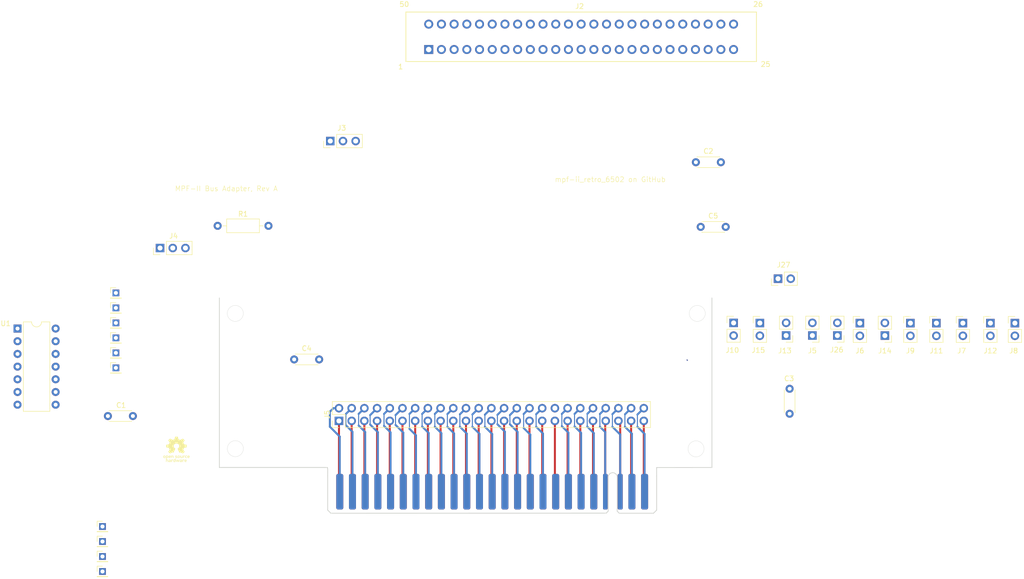
<source format=kicad_pcb>
(kicad_pcb (version 20240108) (generator "pcbnew") (generator_version "8.0")
  (title_block (title "Microprofessor-II Bus Adapter Board") (date "2024-07-29") (rev "A") (comment 1 "Licensed under CERN-OHL-P V2.0 (https://ohwr.org/cern_ohl_p_v2.txt)") (comment 2 "Copyright (c) 2024 The Random DIY") (comment 4 "Adapter board to run Apple II VGA Card (https://github.com/markadev/AppleII-VGA)"))
  (layers (0 "F.Cu" signal) (31 "B.Cu" signal) (34 "B.Paste" user) (35 "F.Paste" user) (36 "B.SilkS" user "B.Silkscreen") (37 "F.SilkS" user "F.Silkscreen") (38 "B.Mask" user) (39 "F.Mask" user) (44 "Edge.Cuts" user))
  (net 0 "")
  (net 1 "+5V")
  (net 2 "GND")
  (net 3 "/EXT8")
  (net 4 "/A9")
  (net 5 "/DMAIN")
  (net 6 "/RW")
  (net 7 "/A6")
  (net 8 "/EXT6")
  (net 9 "/A7")
  (net 10 "/D7")
  (net 11 "/A1")
  (net 12 "/D1")
  (net 13 "+12V")
  (net 14 "-5V")
  (net 15 "/INTIN")
  (net 16 "/A8")
  (net 17 "/M_NMI")
  (net 18 "/A3")
  (net 19 "/A12")
  (net 20 "/EXTM")
  (net 21 "/D4")
  (net 22 "/M_RDY")
  (net 23 "/M_DMA")
  (net 24 "/DMAOUT")
  (net 25 "/A13")
  (net 26 "/M_IRQ")
  (net 27 "/A11")
  (net 29 "/A14")
  (net 30 "/A5")
  (net 31 "/A4")
  (net 32 "/EXTE")
  (net 33 "/RESET")
  (net 34 "/2M")
  (net 35 "/D5")
  (net 36 "/INTOUT")
  (net 37 "/A10")
  (net 38 "/EXTC")
  (net 39 "/PHI1")
  (net 40 "Net-(J1--12V)")
  (net 41 "/IOSEL")
  (net 42 "/IODIS")
  (net 43 "/A2")
  (net 44 "/D6")
  (net 45 "/D3")
  (net 46 "/A0")
  (net 47 "/D0")
  (net 48 "/SOUND_IN")
  (net 49 "/A15")
  (net 50 "/D2")
  (net 51 "/SYNC")
  (net 52 "/7M")
  (net 53 "/A_PHI0")
  (net 54 "/COLORREF")
  (net 55 "/USER1")
  (net 56 "/IOSTRB")
  (net 57 "/A_RDY")
  (net 58 "-12V")
  (net 59 "/Q3")
  (net 60 "/DEVSEL")
  (net 61 "/A_NMI")
  (net 62 "/A_IRQ")
  (net 63 "/PHI2")
  (net 64 "/A_DMA")
  (net 65 "Net-(J3-Pin_1)")
  (net 66 "Net-(J4-Pin_1)")
  (net 67 "Net-(J16-Pin_1)")
  (net 68 "Net-(J17-Pin_1)")
  (net 69 "Net-(J18-Pin_1)")
  (net 70 "Net-(J19-Pin_1)")
  (net 71 "Net-(J20-Pin_1)")
  (net 72 "Net-(J21-Pin_1)")
  (net 73 "Net-(J22-Pin_1)")
  (net 74 "Net-(J23-Pin_1)")
  (net 75 "Net-(J24-Pin_1)")
  (net 76 "Net-(J25-Pin_1)")
  (net 78 "/INH")
  (footprint "Connector_PinHeader_2.54mm:PinHeader_1x03_P2.54mm_Vertical" (layer "F.Cu") (at 83.04 67.23 90)
    (property "Reference" "J4" (at 2.41 2.705 0) (layer "F.SilkS"))
    (property "Value" "Phi0_Sel" (hide yes))
    (pad "1" thru_hole rect (at 0 0 90) (size 1.7 1.7) (drill 1) (layers "*.Cu" "*.Mask") (net 66 "Net-(J4-Pin_1)"))
    (pad "2" thru_hole oval (at 0 2.54 90) (size 1.7 1.7) (drill 1) (layers "*.Cu" "*.Mask") (net 53 "/A_PHI0"))
    (pad "3" thru_hole oval (at 0 5.08 90) (size 1.7 1.7) (drill 1) (layers "*.Cu" "*.Mask") (net 63 "/PHI2"))
  )
  (footprint "Connector_PinHeader_2.54mm:PinHeader_1x02_P2.54mm_Vertical" (layer "F.Cu") (at 197.74 82.22)
    (property "Reference" "J10" (at -0.25 5.465 0) (layer "F.SilkS"))
    (property "Value" "USER1_Sel" (hide yes))
    (pad "1" thru_hole rect (at 0 0) (size 1.7 1.7) (drill 1) (layers "*.Cu" "*.Mask") (net 55 "/USER1"))
    (pad "2" thru_hole oval (at 0 2.54) (size 1.7 1.7) (drill 1) (layers "*.Cu" "*.Mask") (net 42 "/IODIS"))
  )
  (footprint "Connector_PinHeader_2.54mm:PinHeader_1x02_P2.54mm_Vertical" (layer "F.Cu") (at 213.49 84.745 180)
    (property "Reference" "J5" (at 0 -3.04 0) (layer "F.SilkS"))
    (property "Value" "-12V_Sel" (hide yes))
    (pad "1" thru_hole rect (at 0 0 180) (size 1.7 1.7) (drill 1) (layers "*.Cu" "*.Mask") (net 40 "Net-(J1--12V)"))
    (pad "2" thru_hole oval (at 0 2.54 180) (size 1.7 1.7) (drill 1) (layers "*.Cu" "*.Mask") (net 58 "-12V"))
  )
  (footprint "Capacitor_THT:C_Disc_D4.3mm_W1.9mm_P5.00mm" (layer "F.Cu") (at 208.94 100.4 90)
    (property "Reference" "C3" (at 7.035 -0.1 0) (layer "F.SilkS"))
    (property "Value" "0.1u" (hide yes))
    (pad "1" thru_hole circle (at 0 0 90) (size 1.6 1.6) (drill 0.8) (layers "*.Cu" "*.Mask") (net 1 "+5V"))
    (pad "2" thru_hole circle (at 5 0 90) (size 1.6 1.6) (drill 0.8) (layers "*.Cu" "*.Mask") (net 2 "GND"))
  )
  (footprint "Capacitor_THT:C_Disc_D4.3mm_W1.9mm_P5.00mm" (layer "F.Cu") (at 190.19 50.06)
    (property "Reference" "C2" (at 2.5 -2.2 0) (layer "F.SilkS"))
    (property "Value" "0.1u" (hide yes))
    (pad "1" thru_hole circle (at 0 0) (size 1.6 1.6) (drill 0.8) (layers "*.Cu" "*.Mask") (net 1 "+5V"))
    (pad "2" thru_hole circle (at 5 0) (size 1.6 1.6) (drill 0.8) (layers "*.Cu" "*.Mask") (net 2 "GND"))
  )
  (footprint "Capacitor_THT:C_Disc_D4.3mm_W1.9mm_P5.00mm" (layer "F.Cu") (at 109.86 89.53)
    (property "Reference" "C4" (at 2.5 -2.2 0) (layer "F.SilkS"))
    (property "Value" "0.1u")
    (pad "1" thru_hole circle (at 0 0) (size 1.6 1.6) (drill 0.8) (layers "*.Cu" "*.Mask") (net 1 "+5V"))
    (pad "2" thru_hole circle (at 5 0) (size 1.6 1.6) (drill 0.8) (layers "*.Cu" "*.Mask") (net 2 "GND"))
  )
  (footprint "LOGO" (layer "F.Cu") (at 86.308751 107.644678)
    (property "Reference" "G***" (hide yes))
    (property "Value" "LOGO" (hide yes))
  )
  (footprint "Connector_PinHeader_2.00mm:PinHeader_1x01_P2.00mm_Vertical" (layer "F.Cu") (at 74.21 79.22)
    (property "Reference" "J21" (hide yes))
    (property "Value" "Pin" (hide yes))
    (pad "1" thru_hole rect (at 0 0) (size 1.35 1.35) (drill 0.8) (layers "*.Cu" "*.Mask") (net 72 "Net-(J21-Pin_1)"))
  )
  (footprint "Connector_PinHeader_2.00mm:PinHeader_1x01_P2.00mm_Vertical" (layer "F.Cu") (at 71.53 131.97)
    (property "Reference" "J24" (hide yes))
    (property "Value" "Pin" (hide yes))
    (pad "1" thru_hole rect (at 0 0) (size 1.35 1.35) (drill 0.8) (layers "*.Cu" "*.Mask") (net 75 "Net-(J24-Pin_1)"))
  )
  (footprint "Connector_PinHeader_2.00mm:PinHeader_1x01_P2.00mm_Vertical" (layer "F.Cu") (at 71.53 125.97)
    (property "Reference" "J25" (hide yes))
    (property "Value" "Pin" (hide yes))
    (pad "1" thru_hole rect (at 0 0) (size 1.35 1.35) (drill 0.8) (layers "*.Cu" "*.Mask") (net 76 "Net-(J25-Pin_1)"))
  )
  (footprint "Connector_PinHeader_2.54mm:PinHeader_1x02_P2.54mm_Vertical" (layer "F.Cu") (at 218.49 84.745 180)
    (property "Reference" "J26" (at 0.125 -2.865 0) (layer "F.SilkS"))
    (property "Value" "7M_Sel" (hide yes))
    (pad "1" thru_hole rect (at 0 0 180) (size 1.7 1.7) (drill 1) (layers "*.Cu" "*.Mask") (net 48 "/SOUND_IN"))
    (pad "2" thru_hole oval (at 0 2.54 180) (size 1.7 1.7) (drill 1) (layers "*.Cu" "*.Mask") (net 52 "/7M"))
  )
  (footprint "Connector_PinHeader_2.54mm:PinHeader_1x02_P2.54mm_Vertical" (layer "F.Cu") (at 233.09 82.26)
    (property "Reference" "J9" (at 0 5.54 0) (layer "F.SilkS"))
    (property "Value" "NMI_Sel" (hide yes))
    (pad "1" thru_hole rect (at 0 0) (size 1.7 1.7) (drill 1) (layers "*.Cu" "*.Mask") (net 61 "/A_NMI"))
    (pad "2" thru_hole oval (at 0 2.54) (size 1.7 1.7) (drill 1) (layers "*.Cu" "*.Mask") (net 17 "/M_NMI"))
  )
  (footprint "Connector_PinHeader_2.54mm:PinHeader_1x02_P2.54mm_Vertical" (layer "F.Cu") (at 238.29 82.26)
    (property "Reference" "J11" (at 0 5.54 0) (layer "F.SilkS"))
    (property "Value" "INH_Sel" (hide yes))
    (pad "1" thru_hole rect (at 0 0) (size 1.7 1.7) (drill 1) (layers "*.Cu" "*.Mask") (net 78 "/INH"))
    (pad "2" thru_hole oval (at 0 2.54) (size 1.7 1.7) (drill 1) (layers "*.Cu" "*.Mask") (net 20 "/EXTM"))
  )
  (footprint "Connector_PinHeader_2.54mm:PinHeader_1x02_P2.54mm_Vertical" (layer "F.Cu") (at 202.99 82.245)
    (property "Reference" "J15" (at -0.3 5.44 0) (layer "F.SilkS"))
    (property "Value" "Q3_Sel" (hide yes))
    (pad "1" thru_hole rect (at 0 0) (size 1.7 1.7) (drill 1) (layers "*.Cu" "*.Mask") (net 59 "/Q3"))
    (pad "2" thru_hole oval (at 0 2.54) (size 1.7 1.7) (drill 1) (layers "*.Cu" "*.Mask") (net 34 "/2M"))
  )
  (footprint "PCM_MA_Connector_AppleII:EDAC_395-050-520-201_CounterClockwise" (layer "F.Cu") (at 136.77 27.5)
    (property "Reference" "J2" (at 30.16 -8.635 0) (layer "F.SilkS"))
    (property "Value" "Bus_Apple_II_Computer_Side" (hide yes))
    (fp_text user "1" (at -6.19 4.04 0) (layer "F.SilkS") (effects (justify left bottom)))
    (fp_text user "25" (at 66.31 3.54 0) (layer "F.SilkS") (effects (justify left bottom)))
    (fp_text user "26" (at 64.81 -8.46 0) (layer "F.SilkS") (effects (justify left bottom)))
    (fp_text user "50" (at -5.94 -8.46 0) (layer "F.SilkS") (effects (justify left bottom)))
    (pad "1" thru_hole rect (at 0 0) (size 1.8 1.8) (drill 1.0922) (layers "*.Cu" "*.Mask") (net 41 "/IOSEL"))
    (pad "2" thru_hole circle (at 2.54 0) (size 1.8 1.8) (drill 1.0922) (layers "*.Cu" "*.Mask") (net 46 "/A0"))
    (pad "3" thru_hole circle (at 5.08 0) (size 1.8 1.8) (drill 1.0922) (layers "*.Cu" "*.Mask") (net 11 "/A1"))
    (pad "4" thru_hole circle (at 7.62 0) (size 1.8 1.8) (drill 1.0922) (layers "*.Cu" "*.Mask") (net 43 "/A2"))
    (pad "5" thru_hole circle (at 10.16 0) (size 1.8 1.8) (drill 1.0922) (layers "*.Cu" "*.Mask") (net 18 "/A3"))
    (pad "6" thru_hole circle (at 12.7 0) (size 1.8 1.8) (drill 1.0922) (layers "*.Cu" "*.Mask") (net 31 "/A4"))
    (pad "7" thru_hole circle (at 15.24 0) (size 1.8 1.8) (drill 1.0922) (layers "*.Cu" "*.Mask") (net 30 "/A5"))
    (pad "8" thru_hole circle (at 17.78 0) (size 1.8 1.8) (drill 1.0922) (layers "*.Cu" "*.Mask") (net 7 "/A6"))
    (pad "9" thru_hole circle (at 20.32 0) (size 1.8 1.8) (drill 1.0922) (layers "*.Cu" "*.Mask") (net 9 "/A7"))
    (pad "10" thru_hole circle (at 22.86 0) (size 1.8 1.8) (drill 1.0922) (layers "*.Cu" "*.Mask") (net 16 "/A8"))
    (pad "11" thru_hole circle (at 25.4 0) (size 1.8 1.8) (drill 1.0922) (layers "*.Cu" "*.Mask") (net 4 "/A9"))
    (pad "12" thru_hole circle (at 27.94 0) (size 1.8 1.8) (drill 1.0922) (layers "*.Cu" "*.Mask") (net 37 "/A10"))
    (pad "13" thru_hole circle (at 30.48 0) (size 1.8 1.8) (drill 1.0922) (layers "*.Cu" "*.Mask") (net 27 "/A11"))
    (pad "14" thru_hole circle (at 33.02 0) (size 1.8 1.8) (drill 1.0922) (layers "*.Cu" "*.Mask") (net 19 "/A12"))
    (pad "15" thru_hole circle (at 35.56 0) (size 1.8 1.8) (drill 1.0922) (layers "*.Cu" "*.Mask") (net 25 "/A13"))
    (pad "16" thru_hole circle (at 38.1 0) (size 1.8 1.8) (drill 1.0922) (layers "*.Cu" "*.Mask") (net 29 "/A14"))
    (pad "17" thru_hole circle (at 40.64 0) (size 1.8 1.8) (drill 1.0922) (layers "*.Cu" "*.Mask") (net 49 "/A15"))
    (pad "18" thru_hole circle (at 43.18 0) (size 1.8 1.8) (drill 1.0922) (layers "*.Cu" "*.Mask") (net 6 "/RW"))
    (pad "19" thru_hole circle (at 45.72 0) (size 1.8 1.8) (drill 1.0922) (layers "*.Cu" "*.Mask") (net 51 "/SYNC"))
    (pad "20" thru_hole circle (at 48.26 0) (size 1.8 1.8) (drill 1.0922) (layers "*.Cu" "*.Mask") (net 56 "/IOSTRB"))
    (pad "21" thru_hole circle (at 50.8 0) (size 1.8 1.8) (drill 1.0922) (layers "*.Cu" "*.Mask") (net 57 "/A_RDY"))
    (pad "22" thru_hole circle (at 53.34 0) (size 1.8 1.8) (drill 1.0922) (layers "*.Cu" "*.Mask") (net 64 "/A_DMA"))
    (pad "23" thru_hole circle (at 55.88 0) (size 1.8 1.8) (drill 1.0922) (layers "*.Cu" "*.Mask") (net 36 "/INTOUT"))
    (pad "24" thru_hole circle (at 58.42 0) (size 1.8 1.8) (drill 1.0922) (layers "*.Cu" "*.Mask") (net 24 "/DMAOUT"))
    (pad "25" thru_hole circle (at 60.96 0) (size 1.8 1.8) (drill 1.0922) (layers "*.Cu" "*.Mask") (net 1 "+5V"))
    (pad "26" thru_hole circle (at 60.96 -5.08) (size 1.8 1.8) (drill 1.0922) (layers "*.Cu" "*.Mask") (net 2 "GND"))
    (pad "27" thru_hole circle (at 58.42 -5.08) (size 1.8 1.8) (drill 1.0922) (layers "*.Cu" "*.Mask") (net 5 "/DMAIN"))
    (pad "28" thru_hole circle (at 55.88 -5.08) (size 1.8 1.8) (drill 1.0922) (layers "*.Cu" "*.Mask") (net 15 "/INTIN"))
    (pad "29" thru_hole circle (at 53.34 -5.08) (size 1.8 1.8) (drill 1.0922) (layers "*.Cu" "*.Mask") (net 61 "/A_NMI"))
    (pad "30" thru_hole circle (at 50.8 -5.08) (size 1.8 1.8) (drill 1.0922) (layers "*.Cu" "*.Mask") (net 62 "/A_IRQ"))
    (pad "31" thru_hole circle (at 48.26 -5.08) (size 1.8 1.8) (drill 1.0922) (layers "*.Cu" "*.Mask") (net 33 "/RESET"))
    (pad "32" thru_hole circle (at 45.72 -5.08) (size 1.8 1.8) (drill 1.0922) (layers "*.Cu" "*.Mask") (net 78 "/INH"))
    (pad "33" thru_hole circle (at 43.18 -5.08) (size 1.8 1.8) (drill 1.0922) (layers "*.Cu" "*.Mask"))
    (pad "34" thru_hole circle (at 40.64 -5.08) (size 1.8 1.8) (drill 1.0922) (layers "*.Cu" "*.Mask") (net 14 "-5V"))
    (pad "35" thru_hole circle (at 38.1 -5.08) (size 1.8 1.8) (drill 1.0922) (layers "*.Cu" "*.Mask") (net 54 "/COLORREF"))
    (pad "36" thru_hole circle (at 35.56 -5.08) (size 1.8 1.8) (drill 1.0922) (layers "*.Cu" "*.Mask") (net 52 "/7M"))
    (pad "37" thru_hole circle (at 33.02 -5.08) (size 1.8 1.8) (drill 1.0922) (layers "*.Cu" "*.Mask") (net 59 "/Q3"))
    (pad "38" thru_hole circle (at 30.48 -5.08) (size 1.8 1.8) (drill 1.0922) (layers "*.Cu" "*.Mask") (net 39 "/PHI1"))
    (pad "39" thru_hole circle (at 27.94 -5.08) (size 1.8 1.8) (drill 1.0922) (layers "*.Cu" "*.Mask") (net 55 "/USER1"))
    (pad "40" thru_hole circle (at 25.4 -5.08) (size 1.8 1.8) (drill 1.0922) (layers "*.Cu" "*.Mask") (net 53 "/A_PHI0"))
    (pad "41" thru_hole circle (at 22.86 -5.08) (size 1.8 1.8) (drill 1.0922) (layers "*.Cu" "*.Mask") (net 60 "/DEVSEL"))
    (pad "42" thru_hole circle (at 20.32 -5.08) (size 1.8 1.8) (drill 1.0922) (layers "*.Cu" "*.Mask") (net 10 "/D7"))
    (pad "43" thru_hole circle (at 17.78 -5.08) (size 1.8 1.8) (drill 1.0922) (layers "*.Cu" "*.Mask") (net 44 "/D6"))
    (pad "44" thru_hole circle (at 15.24 -5.08) (size 1.8 1.8) (drill 1.0922) (layers "*.Cu" "*.Mask") (net 35 "/D5"))
    (pad "45" thru_hole circle (at 12.7 -5.08) (size 1.8 1.8) (drill 1.0922) (layers "*.Cu" "*.Mask") (net 21 "/D4"))
    (pad "46" thru_hole circle (at 10.16 -5.08) (size 1.8 1.8) (drill 1.0922) (layers "*.Cu" "*.Mask") (net 45 "/D3"))
    (pad "47" thru_hole circle (at 7.62 -5.08) (size 1.8 1.8) (drill 1.0922) (layers "*.Cu" "*.Mask") (net 50 "/D2"))
    (pad "48" thru_hole circle (at 5.08 -5.08) (size 1.8 1.8) (drill 1.0922) (layers "*.Cu" "*.Mask") (net 12 "/D1"))
    (pad "49" thru_hole circle (at 2.54 -5.08) (size 1.8 1.8) (drill 1.0922) (layers "*.Cu" "*.Mask") (net 47 "/D0"))
    (pad "50" thru_hole circle (at 0 -5.08) (size 1.8 1.8) (drill 1.0922) (layers "*.Cu" "*.Mask") (net 13 "+12V"))
  )
  (footprint "Capacitor_THT:C_Disc_D4.3mm_W1.9mm_P5.00mm" (layer "F.Cu") (at 77.61 100.86 180)
    (property "Reference" "C1" (at 2.35 2.16 0) (layer "F.SilkS"))
    (property "Value" "0.1u" (hide yes))
    (pad "1" thru_hole circle (at 0 0 180) (size 1.6 1.6) (drill 0.8) (layers "*.Cu" "*.Mask") (net 1 "+5V"))
    (pad "2" thru_hole circle (at 5 0 180) (size 1.6 1.6) (drill 0.8) (layers "*.Cu" "*.Mask") (net 2 "GND"))
  )
  (footprint "Connector_PinHeader_2.54mm:PinHeader_2x25_P2.54mm_Vertical" (layer "F.Cu") (at 118.82 101.83 90)
    (property "Reference" "J5" (at 1.27 -2.33 90) (layer "F.SilkS"))
    (property "Value" "Conn_02x25_Odd_Even" (hide yes))
    (pad "1" thru_hole rect (at 0 0 90) (size 1.7 1.7) (drill 1) (layers "*.Cu" "*.Mask") (net 41 "/IOSEL"))
    (pad "2" thru_hole oval (at 2.54 0 90) (size 1.7 1.7) (drill 1) (layers "*.Cu" "*.Mask") (net 13 "+12V"))
    (pad "3" thru_hole oval (at 0 2.54 90) (size 1.7 1.7) (drill 1) (layers "*.Cu" "*.Mask") (net 46 "/A0"))
    (pad "4" thru_hole oval (at 2.54 2.54 90) (size 1.7 1.7) (drill 1) (layers "*.Cu" "*.Mask") (net 47 "/D0"))
    (pad "5" thru_hole oval (at 0 5.08 90) (size 1.7 1.7) (drill 1) (layers "*.Cu" "*.Mask") (net 11 "/A1"))
    (pad "6" thru_hole oval (at 2.54 5.08 90) (size 1.7 1.7) (drill 1) (layers "*.Cu" "*.Mask") (net 12 "/D1"))
    (pad "7" thru_hole oval (at 0 7.62 90) (size 1.7 1.7) (drill 1) (layers "*.Cu" "*.Mask") (net 43 "/A2"))
    (pad "8" thru_hole oval (at 2.54 7.62 90) (size 1.7 1.7) (drill 1) (layers "*.Cu" "*.Mask") (net 50 "/D2"))
    (pad "9" thru_hole oval (at 0 10.16 90) (size 1.7 1.7) (drill 1) (layers "*.Cu" "*.Mask") (net 18 "/A3"))
    (pad "10" thru_hole oval (at 2.54 10.16 90) (size 1.7 1.7) (drill 1) (layers "*.Cu" "*.Mask") (net 45 "/D3"))
    (pad "11" thru_hole oval (at 0 12.7 90) (size 1.7 1.7) (drill 1) (layers "*.Cu" "*.Mask") (net 31 "/A4"))
    (pad "12" thru_hole oval (at 2.54 12.7 90) (size 1.7 1.7) (drill 1) (layers "*.Cu" "*.Mask") (net 21 "/D4"))
    (pad "13" thru_hole oval (at 0 15.24 90) (size 1.7 1.7) (drill 1) (layers "*.Cu" "*.Mask") (net 30 "/A5"))
    (pad "14" thru_hole oval (at 2.54 15.24 90) (size 1.7 1.7) (drill 1) (layers "*.Cu" "*.Mask") (net 35 "/D5"))
    (pad "15" thru_hole oval (at 0 17.78 90) (size 1.7 1.7) (drill 1) (layers "*.Cu" "*.Mask") (net 7 "/A6"))
    (pad "16" thru_hole oval (at 2.54 17.78 90) (size 1.7 1.7) (drill 1) (layers "*.Cu" "*.Mask") (net 44 "/D6"))
    (pad "17" thru_hole oval (at 0 20.32 90) (size 1.7 1.7) (drill 1) (layers "*.Cu" "*.Mask") (net 9 "/A7"))
    (pad "18" thru_hole oval (at 2.54 20.32 90) (size 1.7 1.7) (drill 1) (layers "*.Cu" "*.Mask") (net 10 "/D7"))
    (pad "19" thru_hole oval (at 0 22.86 90) (size 1.7 1.7) (drill 1) (layers "*.Cu" "*.Mask") (net 16 "/A8"))
    (pad "20" thru_hole oval (at 2.54 22.86 90) (size 1.7 1.7) (drill 1) (layers "*.Cu" "*.Mask") (net 38 "/EXTC"))
    (pad "21" thru_hole oval (at 0 25.4 90) (size 1.7 1.7) (drill 1) (layers "*.Cu" "*.Mask") (net 4 "/A9"))
    (pad "22" thru_hole oval (at 2.54 25.4 90) (size 1.7 1.7) (drill 1) (layers "*.Cu" "*.Mask") (net 63 "/PHI2"))
    (pad "23" thru_hole oval (at 0 27.94 90) (size 1.7 1.7) (drill 1) (layers "*.Cu" "*.Mask") (net 37 "/A10"))
    (pad "24" thru_hole oval (at 2.54 27.94 90) (size 1.7 1.7) (drill 1) (layers "*.Cu" "*.Mask") (net 42 "/IODIS"))
    (pad "25" thru_hole oval (at 0 30.48 90) (size 1.7 1.7) (drill 1) (layers "*.Cu" "*.Mask") (net 27 "/A11"))
    (pad "26" thru_hole oval (at 2.54 30.48 90) (size 1.7 1.7) (drill 1) (layers "*.Cu" "*.Mask") (net 39 "/PHI1"))
    (pad "27" thru_hole oval (at 0 33.02 90) (size 1.7 1.7) (drill 1) (layers "*.Cu" "*.Mask") (net 19 "/A12"))
    (pad "28" thru_hole oval (at 2.54 33.02 90) (size 1.7 1.7) (drill 1) (layers "*.Cu" "*.Mask") (net 34 "/2M"))
    (pad "29" thru_hole oval (at 0 35.56 90) (size 1.7 1.7) (drill 1) (layers "*.Cu" "*.Mask") (net 25 "/A13"))
    (pad "30" thru_hole oval (at 2.54 35.56 90) (size 1.7 1.7) (drill 1) (layers "*.Cu" "*.Mask") (net 48 "/SOUND_IN"))
    (pad "31" thru_hole oval (at 0 38.1 90) (size 1.7 1.7) (drill 1) (layers "*.Cu" "*.Mask") (net 29 "/A14"))
    (pad "32" thru_hole oval (at 2.54 38.1 90) (size 1.7 1.7) (drill 1) (layers "*.Cu" "*.Mask") (net 8 "/EXT6"))
    (pad "33" thru_hole oval (at 0 40.64 90) (size 1.7 1.7) (drill 1) (layers "*.Cu" "*.Mask") (net 49 "/A15"))
    (pad "34" thru_hole oval (at 2.54 40.64 90) (size 1.7 1.7) (drill 1) (layers "*.Cu" "*.Mask") (net 14 "-5V"))
    (pad "35" thru_hole oval (at 0 43.18 90) (size 1.7 1.7) (drill 1) (layers "*.Cu" "*.Mask") (net 6 "/RW"))
    (pad "36" thru_hole oval (at 2.54 43.18 90) (size 1.7 1.7) (drill 1) (layers "*.Cu" "*.Mask"))
    (pad "37" thru_hole oval (at 0 45.72 90) (size 1.7 1.7) (drill 1) (layers "*.Cu" "*.Mask") (net 3 "/EXT8"))
    (pad "38" thru_hole oval (at 2.54 45.72 90) (size 1.7 1.7) (drill 1) (layers "*.Cu" "*.Mask") (net 20 "/EXTM"))
    (pad "39" thru_hole oval (at 0 48.26 90) (size 1.7 1.7) (drill 1) (layers "*.Cu" "*.Mask") (net 32 "/EXTE"))
    (pad "40" thru_hole oval (at 2.54 48.26 90) (size 1.7 1.7) (drill 1) (layers "*.Cu" "*.Mask") (net 33 "/RESET"))
    (pad "41" thru_hole oval (at 0 50.8 90) (size 1.7 1.7) (drill 1) (layers "*.Cu" "*.Mask") (net 22 "/M_RDY"))
    (pad "42" thru_hole oval (at 2.54 50.8 90) (size 1.7 1.7) (drill 1) (layers "*.Cu" "*.Mask") (net 26 "/M_IRQ"))
    (pad "43" thru_hole oval (at 0 53.34 90) (size 1.7 1.7) (drill 1) (layers "*.Cu" "*.Mask") (net 23 "/M_DMA"))
    (pad "44" thru_hole oval (at 2.54 53.34 90) (size 1.7 1.7) (drill 1) (layers "*.Cu" "*.Mask") (net 17 "/M_NMI"))
    (pad "45" thru_hole oval (at 0 55.88 90) (size 1.7 1.7) (drill 1) (layers "*.Cu" "*.Mask") (net 36 "/INTOUT"))
    (pad "46" thru_hole oval (at 2.54 55.88 90) (size 1.7 1.7) (drill 1) (layers "*.Cu" "*.Mask") (net 15 "/INTIN"))
    (pad "47" thru_hole oval (at 0 58.42 90) (size 1.7 1.7) (drill 1) (layers "*.Cu" "*.Mask") (net 24 "/DMAOUT"))
    (pad "48" thru_hole oval (at 2.54 58.42 90) (size 1.7 1.7) (drill 1) (layers "*.Cu" "*.Mask") (net 5 "/DMAIN"))
    (pad "49" thru_hole oval (at 0 60.96 90) (size 1.7 1.7) (drill 1) (layers "*.Cu" "*.Mask") (net 1 "+5V"))
    (pad "50" thru_hole oval (at 2.54 60.96 90) (size 1.7 1.7) (drill 1) (layers "*.Cu" "*.Mask") (net 2 "GND"))
  )
  (footprint "Connector_PinHeader_2.00mm:PinHeader_1x01_P2.00mm_Vertical" (layer "F.Cu") (at 74.21 88.22)
    (property "Reference" "J18" (hide yes))
    (property "Value" "Pin" (hide yes))
    (pad "1" thru_hole rect (at 0 0) (size 1.35 1.35) (drill 0.8) (layers "*.Cu" "*.Mask") (net 69 "Net-(J18-Pin_1)"))
  )
  (footprint "Connector_PinHeader_2.54mm:PinHeader_1x03_P2.54mm_Vertical" (layer "F.Cu") (at 117.08 45.82 90)
    (property "Reference" "J3" (at 2.61 2.305 0) (layer "F.SilkS"))
    (property "Value" "DevSel_Sel" (hide yes))
    (pad "1" thru_hole rect (at 0 0 90) (size 1.7 1.7) (drill 1) (layers "*.Cu" "*.Mask") (net 65 "Net-(J3-Pin_1)"))
    (pad "2" thru_hole oval (at 0 2.54 90) (size 1.7 1.7) (drill 1) (layers "*.Cu" "*.Mask") (net 60 "/DEVSEL"))
    (pad "3" thru_hole oval (at 0 5.08 90) (size 1.7 1.7) (drill 1) (layers "*.Cu" "*.Mask") (net 38 "/EXTC"))
  )
  (footprint "Connector_PinHeader_2.54mm:PinHeader_1x02_P2.54mm_Vertical" (layer "F.Cu") (at 227.99 84.76 180)
    (property "Reference" "J14" (at 0 -3.04 0) (layer "F.SilkS"))
    (property "Value" "IOSTRB_Sel" (hide yes))
    (pad "1" thru_hole rect (at 0 0 180) (size 1.7 1.7) (drill 1) (layers "*.Cu" "*.Mask") (net 32 "/EXTE"))
    (pad "2" thru_hole oval (at 0 2.54 180) (size 1.7 1.7) (drill 1) (layers "*.Cu" "*.Mask") (net 56 "/IOSTRB"))
  )
  (footprint "Connector_PinHeader_2.00mm:PinHeader_1x01_P2.00mm_Vertical" (layer "F.Cu") (at 74.21 91.22)
    (property "Reference" "J23" (hide yes))
    (property "Value" "Pin" (hide yes))
    (pad "1" thru_hole rect (at 0 0) (size 1.35 1.35) (drill 0.8) (layers "*.Cu" "*.Mask") (net 74 "Net-(J23-Pin_1)"))
  )
  (footprint "Connector_PinHeader_2.54mm:PinHeader_1x02_P2.54mm_Vertical" (layer "F.Cu") (at 253.99 82.26)
    (property "Reference" "J8" (at -0.25 5.54 0) (layer "F.SilkS"))
    (property "Value" "IRQ_Sel" (hide yes))
    (pad "1" thru_hole rect (at 0 0) (size 1.7 1.7) (drill 1) (layers "*.Cu" "*.Mask") (net 62 "/A_IRQ"))
    (pad "2" thru_hole oval (at 0 2.54) (size 1.7 1.7) (drill 1) (layers "*.Cu" "*.Mask") (net 26 "/M_IRQ"))
  )
  (footprint "Connector_PinHeader_2.54mm:PinHeader_1x02_P2.54mm_Vertical" (layer "F.Cu") (at 206.62 73.37 90)
    (property "Reference" "J27" (at 2.76 1.115 0) (layer "F.SilkS"))
    (property "Value" "PWR" (hide yes))
    (pad "1" thru_hole rect (at 0 0 90) (size 1.7 1.7) (drill 1) (layers "*.Cu" "*.Mask") (net 1 "+5V"))
    (pad "2" thru_hole oval (at 0 2.54 90) (size 1.7 1.7) (drill 1) (layers "*.Cu" "*.Mask") (net 2 "GND"))
  )
  (footprint "Capacitor_THT:C_Disc_D4.3mm_W1.9mm_P5.00mm" (layer "F.Cu") (at 191.16 63)
    (property "Reference" "C5" (at 2.5 -2.2 0) (layer "F.SilkS"))
    (property "Value" "0.1u")
    (pad "1" thru_hole circle (at 0 0) (size 1.6 1.6) (drill 0.8) (layers "*.Cu" "*.Mask") (net 1 "+5V"))
    (pad "2" thru_hole circle (at 5 0) (size 1.6 1.6) (drill 0.8) (layers "*.Cu" "*.Mask") (net 2 "GND"))
  )
  (footprint "Connector_PinHeader_2.54mm:PinHeader_1x02_P2.54mm_Vertical" (layer "F.Cu") (at 249.09 82.26)
    (property "Reference" "J12" (at 0 5.54 0) (layer "F.SilkS"))
    (property "Value" "RDY_Sel" (hide yes))
    (pad "1" thru_hole rect (at 0 0) (size 1.7 1.7) (drill 1) (layers "*.Cu" "*.Mask") (net 57 "/A_RDY"))
    (pad "2" thru_hole oval (at 0 2.54) (size 1.7 1.7) (drill 1) (layers "*.Cu" "*.Mask") (net 22 "/M_RDY"))
  )
  (footprint "Connector_PinHeader_2.00mm:PinHeader_1x01_P2.00mm_Vertical" (layer "F.Cu") (at 71.53 122.97)
    (property "Reference" "J16" (hide yes))
    (property "Value" "Pin" (hide yes))
    (pad "1" thru_hole rect (at 0 0) (size 1.35 1.35) (drill 0.8) (layers "*.Cu" "*.Mask") (net 67 "Net-(J16-Pin_1)"))
  )
  (footprint "Connector_PinHeader_2.54mm:PinHeader_1x02_P2.54mm_Vertical" (layer "F.Cu") (at 222.99 82.26)
    (property "Reference" "J6" (at 0 5.54 0) (layer "F.SilkS"))
    (property "Value" "SYNC_Sel" (hide yes))
    (pad "1" thru_hole rect (at 0 0) (size 1.7 1.7) (drill 1) (layers "*.Cu" "*.Mask") (net 51 "/SYNC"))
    (pad "2" thru_hole oval (at 0 2.54) (size 1.7 1.7) (drill 1) (layers "*.Cu" "*.Mask") (net 3 "/EXT8"))
  )
  (footprint "Connector_PinHeader_2.00mm:PinHeader_1x01_P2.00mm_Vertical" (layer "F.Cu") (at 71.53 128.97)
    (property "Reference" "J17" (hide yes))
    (property "Value" "Pin" (hide yes))
    (pad "1" thru_hole rect (at 0 0) (size 1.35 1.35) (drill 0.8) (layers "*.Cu" "*.Mask") (net 68 "Net-(J17-Pin_1)"))
  )
  (footprint "Connector_PinHeader_2.00mm:PinHeader_1x01_P2.00mm_Vertical" (layer "F.Cu") (at 74.21 76.22)
    (property "Reference" "J20" (hide yes))
    (property "Value" "Pin" (hide yes))
    (pad "1" thru_hole rect (at 0 0) (size 1.35 1.35) (drill 0.8) (layers "*.Cu" "*.Mask") (net 71 "Net-(J20-Pin_1)"))
  )
  (footprint "Resistor_THT:R_Axial_DIN0207_L6.3mm_D2.5mm_P10.16mm_Horizontal" (layer "F.Cu") (at 94.56 62.79)
    (property "Reference" "R1" (at 5.08 -2.37 0) (layer "F.SilkS"))
    (property "Value" "1K" (hide yes))
    (pad "1" thru_hole circle (at 0 0) (size 1.6 1.6) (drill 0.8) (layers "*.Cu" "*.Mask") (net 65 "Net-(J3-Pin_1)"))
    (pad "2" thru_hole oval (at 10.16 0) (size 1.6 1.6) (drill 0.8) (layers "*.Cu" "*.Mask") (net 1 "+5V"))
  )
  (footprint "Connector_PinHeader_2.54mm:PinHeader_1x02_P2.54mm_Vertical" (layer "F.Cu") (at 243.59 82.26)
    (property "Reference" "J7" (at -0.25 5.54 0) (layer "F.SilkS"))
    (property "Value" "DMA_Sel" (hide yes))
    (pad "1" thru_hole rect (at 0 0) (size 1.7 1.7) (drill 1) (layers "*.Cu" "*.Mask") (net 64 "/A_DMA"))
    (pad "2" thru_hole oval (at 0 2.54) (size 1.7 1.7) (drill 1) (layers "*.Cu" "*.Mask") (net 23 "/M_DMA"))
  )
  (footprint "Connector_PinHeader_2.54mm:PinHeader_1x02_P2.54mm_Vertical" (layer "F.Cu") (at 208.24 84.745 180)
    (property "Reference" "J13" (at 0.25 -3.04 0) (layer "F.SilkS"))
    (property "Value" "COLREF_Sel" (hide yes))
    (pad "1" thru_hole rect (at 0 0 180) (size 1.7 1.7) (drill 1) (layers "*.Cu" "*.Mask") (net 8 "/EXT6"))
    (pad "2" thru_hole oval (at 0 2.54 180) (size 1.7 1.7) (drill 1) (layers "*.Cu" "*.Mask") (net 54 "/COLORREF"))
  )
  (footprint "Package_DIP:DIP-14_W7.62mm" (layer "F.Cu") (at 54.54 83.35)
    (property "Reference" "U1" (at -2.38 -1.01 0) (layer "F.SilkS"))
    (property "Value" "74LS04" (hide yes))
    (pad "1" thru_hole rect (at 0 0) (size 1.6 1.6) (drill 0.8) (layers "*.Cu" "*.Mask") (net 39 "/PHI1"))
    (pad "2" thru_hole oval (at 0 2.54) (size 1.6 1.6) (drill 0.8) (layers "*.Cu" "*.Mask") (net 66 "Net-(J4-Pin_1)"))
    (pad "3" thru_hole oval (at 0 5.08) (size 1.6 1.6) (drill 0.8) (layers "*.Cu" "*.Mask") (net 67 "Net-(J16-Pin_1)"))
    (pad "4" thru_hole oval (at 0 7.62) (size 1.6 1.6) (drill 0.8) (layers "*.Cu" "*.Mask") (net 76 "Net-(J25-Pin_1)"))
    (pad "5" thru_hole oval (at 0 10.16) (size 1.6 1.6) (drill 0.8) (layers "*.Cu" "*.Mask") (net 68 "Net-(J17-Pin_1)"))
    (pad "6" thru_hole oval (at 0 12.7) (size 1.6 1.6) (drill 0.8) (layers "*.Cu" "*.Mask") (net 75 "Net-(J24-Pin_1)"))
    (pad "7" thru_hole oval (at 0 15.24) (size 1.6 1.6) (drill 0.8) (layers "*.Cu" "*.Mask") (net 2 "GND"))
    (pad "8" thru_hole oval (at 7.62 15.24) (size 1.6 1.6) (drill 0.8) (layers "*.Cu" "*.Mask") (net 74 "Net-(J23-Pin_1)"))
    (pad "9" thru_hole oval (at 7.62 12.7) (size 1.6 1.6) (drill 0.8) (layers "*.Cu" "*.Mask") (net 69 "Net-(J18-Pin_1)"))
    (pad "10" thru_hole oval (at 7.62 10.16) (size 1.6 1.6) (drill 0.8) (layers "*.Cu" "*.Mask") (net 73 "Net-(J22-Pin_1)"))
    (pad "11" thru_hole oval (at 7.62 7.62) (size 1.6 1.6) (drill 0.8) (layers "*.Cu" "*.Mask") (net 70 "Net-(J19-Pin_1)"))
    (pad "12" thru_hole oval (at 7.62 5.08) (size 1.6 1.6) (drill 0.8) (layers "*.Cu" "*.Mask") (net 72 "Net-(J21-Pin_1)"))
    (pad "13" thru_hole oval (at 7.62 2.54) (size 1.6 1.6) (drill 0.8) (layers "*.Cu" "*.Mask") (net 71 "Net-(J20-Pin_1)"))
    (pad "14" thru_hole oval (at 7.62 0) (size 1.6 1.6) (drill 0.8) (layers "*.Cu" "*.Mask") (net 1 "+5V"))
  )
  (footprint "Connector_PinHeader_2.00mm:PinHeader_1x01_P2.00mm_Vertical" (layer "F.Cu") (at 74.21 82.22)
    (property "Reference" "J19" (hide yes))
    (property "Value" "Pin" (hide yes))
    (pad "1" thru_hole rect (at 0 0) (size 1.35 1.35) (drill 0.8) (layers "*.Cu" "*.Mask") (net 70 "Net-(J19-Pin_1)"))
  )
  (footprint "PCM_MA_Connector_AppleII:Peripheral_MPFII_Bus_Edge" (layer "F.Cu") (at 149.46 116)
    (property "Reference" "J1")
    (property "Value" "Bus_Apple_II_Card_Side" (hide yes))
    (fp_line (start -32.893 3.683) (end -32.893 -3.175) (stroke (width 0.15)) (layer "Edge.Cuts"))
    (fp_line (start -32.258 4.318) (end -32.893 3.683) (stroke (width 0.15)) (layer "Edge.Cuts"))
    (fp_line (start 22.8 4.3) (end -32.258 4.318) (stroke (width 0.15)) (layer "Edge.Cuts"))
    (fp_line (start 23.2 -2.9) (end 23.2 3.9) (stroke (width 0.15)) (layer "Edge.Cuts"))
    (fp_line (start 23.2 3.9) (end 22.8 4.3) (stroke (width 0.15)) (layer "Edge.Cuts"))
    (fp_line (start 25 -2.9) (end 25 3.9) (stroke (width 0.15)) (layer "Edge.Cuts"))
    (fp_line (start 25 3.9) (end 25.399997 4.318003) (stroke (width 0.15)) (layer "Edge.Cuts"))
    (fp_line (start 32.258 4.318) (end 25.4 4.318) (stroke (width 0.15)) (layer "Edge.Cuts"))
    (fp_line (start 32.258 4.318) (end 32.893 3.683) (stroke (width 0.15)) (layer "Edge.Cuts"))
    (fp_line (start 32.893 -3.175) (end 32.893 3.683) (stroke (width 0.15)) (layer "Edge.Cuts"))
    (fp_arc (start 23.2 -2.9) (mid 24.1 -3.8) (end 25 -2.9) (stroke (width 0.15)) (layer "Edge.Cuts"))
    (pad "1" connect roundrect (at -30.48 0 180) (size 1.4 7.112) (layers "F.Cu" "F.Mask") (net 41 "/IOSEL"))
    (pad "2" connect roundrect (at -27.94 0 180) (size 1.4 7.112) (layers "F.Cu" "F.Mask") (net 46 "/A0"))
    (pad "3" connect roundrect (at -25.4 0 180) (size 1.4 7.112) (layers "F.Cu" "F.Mask") (net 11 "/A1"))
    (pad "4" connect roundrect (at -22.86 0 180) (size 1.4 7.112) (layers "F.Cu" "F.Mask") (net 43 "/A2"))
    (pad "5" connect roundrect (at -20.32 0 180) (size 1.4 7.112) (layers "F.Cu" "F.Mask") (net 18 "/A3"))
    (pad "6" connect roundrect (at -17.78 0 180) (size 1.4 7.112) (layers "F.Cu" "F.Mask") (net 31 "/A4"))
    (pad "7" connect roundrect (at -15.24 0 180) (size 1.4 7.112) (layers "F.Cu" "F.Mask") (net 30 "/A5"))
    (pad "8" connect roundrect (at -12.7 0 180) (size 1.4 7.112) (layers "F.Cu" "F.Mask") (net 7 "/A6"))
    (pad "9" connect roundrect (at -10.16 0 180) (size 1.4 7.112) (layers "F.Cu" "F.Mask") (net 9 "/A7"))
    (pad "10" connect roundrect (at -7.62 0 180) (size 1.4 7.112) (layers "F.Cu" "F.Mask") (net 16 "/A8"))
    (pad "11" connect roundrect (at -5.08 0 180) (size 1.4 7.112) (layers "F.Cu" "F.Mask") (net 4 "/A9"))
    (pad "12" connect roundrect (at -2.54 0 180) (size 1.4 7.112) (layers "F.Cu" "F.Mask") (net 37 "/A10"))
    (pad "13" connect roundrect (at 0 0 180) (size 1.4 7.112) (layers "F.Cu" "F.Mask") (net 27 "/A11"))
    (pad "14" connect roundrect (at 2.54 0 180) (size 1.4 7.112) (layers "F.Cu" "F.Mask") (net 19 "/A12"))
    (pad "15" connect roundrect (at 5.08 0 180) (size 1.4 7.112) (layers "F.Cu" "F.Mask") (net 25 "/A13"))
    (pad "16" connect roundrect (at 7.62 0 180) (size 1.4 7.112) (layers "F.Cu" "F.Mask") (net 29 "/A14"))
    (pad "17" connect roundrect (at 10.16 0 180) (size 1.4 7.112) (layers "F.Cu" "F.Mask") (net 49 "/A15"))
    (pad "18" connect roundrect (at 12.7 0 180) (size 1.4 7.112) (layers "F.Cu" "F.Mask") (net 6 "/RW"))
    (pad "19" connect roundrect (at 15.24 0 180) (size 1.4 7.112) (layers "F.Cu" "F.Mask") (net 3 "/EXT8"))
    (pad "20" connect roundrect (at 17.78 0 180) (size 1.4 7.112) (layers "F.Cu" "F.Mask") (net 32 "/EXTE"))
    (pad "21" connect roundrect (at 20.32 0 180) (size 1.4 7.112) (layers "F.Cu" "F.Mask") (net 22 "/M_RDY"))
    (pad "22" connect roundrect (at 22.63 0 180) (size 0.94 7.112) (layers "F.Cu" "F.Mask") (net 23 "/M_DMA"))
    (pad "23" connect roundrect (at 25.6 0 180) (size 1 7.112) (layers "F.Cu" "F.Mask") (net 36 "/INTOUT"))
    (pad "24" connect roundrect (at 27.94 0 180) (size 1.4 7.112) (layers "F.Cu" "F.Mask") (net 24 "/DMAOUT"))
    (pad "25" connect roundrect (at 30.48 0 180) (size 1.4 7.112) (layers "F.Cu" "F.Mask") (net 1 "+5V"))
    (pad "26" connect roundrect (at 30.48 0 180) (size 1.4 7.112) (layers "B.Cu" "B.Mask") (net 2 "GND"))
    (pad "27" connect roundrect (at 27.94 0 180) (size 1.4 7.112) (layers "B.Cu" "B.Mask") (net 5 "/DMAIN"))
    (pad "28" connect roundrect (at 25.6 0 180) (size 1 7.112) (layers "B.Cu" "B.Mask") (net 15 "/INTIN"))
    (pad "29" connect roundrect (at 22.63 0 180) (size 0.94 7.112) (layers "B.Cu" "B.Mask") (net 17 "/M_NMI"))
    (pad "30" connect roundrect (at 20.32 0 180) (size 1.4 7.112) (layers "B.Cu" "B.Mask") (net 26 "/M_IRQ"))
    (pad "31" connect roundrect (at 17.78 0 180) (size 1.4 7.112) (layers "B.Cu" "B.Mask") (net 33 "/RESET"))
    (pad "32" connect roundrect (at 15.24 0 180) (size 1.4 7.112) (layers "B.Cu" "B.Mask") (net 20 "/EXTM"))
    (pad "33" connect roundrect (at 12.7 0 180) (size 1.4 7.112) (layers "B.Cu" "B.Mask"))
    (pad "34" connect roundrect (at 10.16 0 180) (size 1.4 7.112) (layers "B.Cu" "B.Mask") (net 14 "-5V"))
    (pad "35" connect roundrect (at 7.62 0 180) (size 1.4 7.112) (layers "B.Cu" "B.Mask") (net 8 "/EXT6"))
    (pad "36" connect roundrect (at 5.08 0 180) (size 1.4 7.112) (layers "B.Cu" "B.Mask") (net 48 "/SOUND_IN"))
    (pad "37" connect roundrect (at 2.54 0 180) (size 1.4 7.112) (layers "B.Cu" "B.Mask") (net 34 "/2M"))
    (pad "38" connect roundrect (at 0 0 180) (size 1.4 7.112) (layers "B.Cu" "B.Mask") (net 39 "/PHI1"))
    (pad "39" connect roundrect (at -2.54 0 180) (size 1.4 7.112) (layers "B.Cu" "B.Mask") (net 42 "/IODIS"))
    (pad "40" connect roundrect (at -5.08 0 180) (size 1.4 7.112) (layers "B.Cu" "B.Mask") (net 63 "/PHI2"))
    (pad "41" connect roundrect (at -7.62 0 180) (size 1.4 7.112) (layers "B.Cu" "B.Mask") (net 38 "/EXTC"))
    (pad "42" connect roundrect (at -10.16 0 180) (size 1.4 7.112) (layers "B.Cu" "B.Mask") (net 10 "/D7"))
    (pad "43" connect roundrect (at -12.7 0 180) (size 1.4 7.112) (layers "B.Cu" "B.Mask") (net 44 "/D6"))
    (pad "44" connect roundrect (at -15.24 0 180) (size 1.4 7.112) (layers "B.Cu" "B.Mask") (net 35 "/D5"))
    (pad "45" connect roundrect (at -17.78 0 180) (size 1.4 7.112) (layers "B.Cu" "B.Mask") (net 21 "/D4"))
    (pad "46" connect roundrect (at -20.32 0 180) (size 1.4 7.112) (layers "B.Cu" "B.Mask") (net 45 "/D3"))
    (pad "47" connect roundrect (at -22.86 0 180) (size 1.4 7.112) (layers "B.Cu" "B.Mask") (net 50 "/D2"))
    (pad "48" connect roundrect (at -25.4 0 180) (size 1.4 7.112) (layers "B.Cu" "B.Mask") (net 12 "/D1"))
    (pad "49" connect roundrect (at -27.94 0 180) (size 1.4 7.112) (layers "B.Cu" "B.Mask") (net 47 "/D0"))
    (pad "50" connect roundrect (at -30.48 0 180) (size 1.4 7.112) (layers "B.Cu" "B.Mask") (net 13 "+12V"))
  )
  (footprint "Connector_PinHeader_2.00mm:PinHeader_1x01_P2.00mm_Vertical" (layer "F.Cu") (at 74.21 85.22)
    (property "Reference" "J22" (hide yes))
    (property "Value" "Pin" (hide yes))
    (pad "1" thru_hole rect (at 0 0) (size 1.35 1.35) (drill 0.8) (layers "*.Cu" "*.Mask") (net 73 "Net-(J22-Pin_1)"))
  )
  (gr_line (start 193.4 77.225) (end 193.4 111.15) (stroke (width 0.15)) (layer "Edge.Cuts"))
  (gr_line (start 116.5 111.15) (end 94.9 111.15) (stroke (width 0.15)) (layer "Edge.Cuts"))
  (gr_circle (center 98.09 80.320781) (end 99.34 81.320781) (stroke (width 0.05)) (fill none) (layer "Edge.Cuts"))
  (gr_line (start 94.9 111.15) (end 94.9 77.225) (stroke (width 0.15)) (layer "Edge.Cuts"))
  (gr_line (start 116.57 111.43) (end 116.5 111.15) (stroke (width 0.15)) (layer "Edge.Cuts"))
  (gr_circle (center 98.1 107.390781) (end 96.85 108.390781) (stroke (width 0.05)) (fill none) (layer "Edge.Cuts"))
  (gr_line (start 193.4 111.15) (end 182.35 111.16) (stroke (width 0.15)) (layer "Edge.Cuts"))
  (gr_line (start 182.353 112.825) (end 182.35 111.16) (stroke (width 0.15)) (layer "Edge.Cuts"))
  (gr_circle (center 190.225 107.425) (end 191.475 108.425) (stroke (width 0.05)) (fill none) (layer "Edge.Cuts"))
  (gr_circle (center 190.47 80.320781) (end 191.72 79.320781) (stroke (width 0.05)) (fill none) (layer "Edge.Cuts"))
  (gr_line (start 116.567 112.825) (end 116.57 111.43) (stroke (width 0.15)) (layer "Edge.Cuts"))
  (gr_text "mpf-ii_retro_6502 on GitHub" (at 161.93 54.1 0) (layer "F.SilkS") (effects (font (size 1 1) (thickness 0.1)) (justify left bottom)))
  (gr_text "MPF-II Bus Adapter, Rev A" (at 85.97 55.92 0) (layer "F.SilkS") (effects (font (size 1 1) (thickness 0.1)) (justify left bottom)))
  (segment (start 179.78 101.83) (end 179.78 115.84) (width 0.4) (layer "F.Cu") (net 1))
  (segment (start 179.78 115.84) (end 179.94 116) (width 0.2) (layer "F.Cu") (net 1))
  (segment (start 188.42 89.63) (end 188.5 89.71) (width 0.2) (layer "F.Cu") (net 2))
  (segment (start 178.5 100.57) (end 178.5 103) (width 0.2) (layer "B.Cu") (net 2))
  (segment (start 179.94 104.44) (end 178.5 103) (width 0.4) (layer "B.Cu") (net 2))
  (segment (start 179.94 116) (end 179.94 104.44) (width 0.4) (layer "B.Cu") (net 2))
  (segment (start 188.42 89.63) (end 188.5 89.71) (width 0.2) (layer "B.Cu") (net 2))
  (segment (start 179.78 99.29) (end 178.5 100.57) (width 0.4) (layer "B.Cu") (net 2))
  (segment (start 164.54 115.84) (end 164.7 116) (width 0.2) (layer "F.Cu") (net 3))
  (segment (start 164.54 101.83) (end 164.54 115.84) (width 0.4) (layer "F.Cu") (net 3))
  (segment (start 144.22 115.84) (end 144.38 116) (width 0.2) (layer "F.Cu") (net 4))
  (segment (start 144.22 101.83) (end 144.22 115.84) (width 0.4) (layer "F.Cu") (net 4))
  (segment (start 177.4 116) (end 177.4 104.4) (width 0.4) (layer "B.Cu") (net 5))
  (segment (start 176 100.5) (end 176.03 100.5) (width 0.2) (layer "B.Cu") (net 5))
  (segment (start 177.4 104.4) (end 176 103) (width 0.4) (layer "B.Cu") (net 5))
  (segment (start 176.03 100.5) (end 177.24 99.29) (width 0.4) (layer "B.Cu") (net 5))
  (segment (start 176 103) (end 176 100.5) (width 0.2) (layer "B.Cu") (net 5))
  (segment (start 162 101.83) (end 162 115.84) (width 0.4) (layer "F.Cu") (net 6))
  (segment (start 162 115.84) (end 162.16 116) (width 0.2) (layer "F.Cu") (net 6))
  (segment (start 136.6 101.83) (end 136.6 115.84) (width 0.4) (layer "F.Cu") (net 7))
  (segment (start 136.6 115.84) (end 136.76 116) (width 0.2) (layer "F.Cu") (net 7))
  (segment (start 155.75 100.46) (end 155.75 103.25) (width 0.2) (layer "B.Cu") (net 8))
  (segment (start 156.92 99.29) (end 155.75 100.46) (width 0.4) (layer "B.Cu") (net 8))
  (segment (start 155.75 103.25) (end 157.08 104.58) (width 0.4) (layer "B.Cu") (net 8))
  (segment (start 157.08 104.58) (end 157.08 116) (width 0.4) (layer "B.Cu") (net 8))
  (segment (start 139.14 115.84) (end 139.3 116) (width 0.2) (layer "F.Cu") (net 9))
  (segment (start 139.14 101.83) (end 139.14 115.84) (width 0.4) (layer "F.Cu") (net 9))
  (segment (start 137.99 100.44) (end 137.99 102.99) (width 0.2) (layer "B.Cu") (net 10))
  (segment (start 137.99 102.99) (end 139.3 104.3) (width 0.4) (layer "B.Cu") (net 10))
  (segment (start 139.14 99.29) (end 137.99 100.44) (width 0.4) (layer "B.Cu") (net 10))
  (segment (start 139.3 104.3) (end 139.3 116) (width 0.4) (layer "B.Cu") (net 10))
  (segment (start 123.9 101.83) (end 123.9 115.84) (width 0.4) (layer "F.Cu") (net 11))
  (segment (start 123.9 115.84) (end 124.06 116) (width 0.2) (layer "F.Cu") (net 11))
  (segment (start 122.75 100.44) (end 123.9 99.29) (width 0.4) (layer "B.Cu") (net 12))
  (segment (start 124.06 116) (end 124.06 104.06) (width 0.4) (layer "B.Cu") (net 12))
  (segment (start 124.06 104.06) (end 122.75 102.75) (width 0.4) (layer "B.Cu") (net 12))
  (segment (start 122.75 102.75) (end 122.75 100.44) (width 0.2) (layer "B.Cu") (net 12))
  (segment (start 117 100) (end 117.71 99.29) (width 0.4) (layer "B.Cu") (net 13))
  (segment (start 117 103) (end 117 100) (width 0.4) (layer "B.Cu") (net 13))
  (segment (start 118.98 116) (end 118.98 104.98) (width 0.4) (layer "B.Cu") (net 13))
  (segment (start 118.98 104.98) (end 117 103) (width 0.4) (layer "B.Cu") (net 13))
  (segment (start 117.71 99.29) (end 118.82 99.29) (width 0.4) (layer "B.Cu") (net 13))
  (segment (start 159.62 104.37) (end 159.62 104.87) (width 0.4) (layer "B.Cu") (net 14))
  (segment (start 158.25 103) (end 159.62 104.37) (width 0.4) (layer "B.Cu") (net 14))
  (segment (start 158.25 100.5) (end 158.25 103) (width 0.2) (layer "B.Cu") (net 14))
  (segment (start 159.62 104.87) (end 159.62 116) (width 0.4) (layer "B.Cu") (net 14))
  (segment (start 159.46 99.29) (end 158.25 100.5) (width 0.4) (layer "B.Cu") (net 14))
  (segment (start 175.06 116) (end 175.06 104.56) (width 0.4) (layer "B.Cu") (net 15))
  (segment (start 173.5 100.49) (end 174.7 99.29) (width 0.4) (layer "B.Cu") (net 15))
  (segment (start 175.06 104.56) (end 173.5 103) (width 0.4) (layer "B.Cu") (net 15))
  (segment (start 173.5 103) (end 173.5 100.49) (width 0.2) (layer "B.Cu") (net 15))
  (segment (start 141.68 101.83) (end 141.68 115.84) (width 0.4) (layer "F.Cu") (net 16))
  (segment (start 141.68 115.84) (end 141.84 116) (width 0.2) (layer "F.Cu") (net 16))
  (segment (start 171 100.45) (end 171 103) (width 0.2) (layer "B.Cu") (net 17))
  (segment (start 172.06 116) (end 172.06 104.06) (width 0.4) (layer "B.Cu") (net 17))
  (segment (start 172.06 104.06) (end 171 103) (width 0.4) (layer "B.Cu") (net 17))
  (segment (start 172.16 99.29) (end 171 100.45) (width 0.4) (layer "B.Cu") (net 17))
  (segment (start 128.98 101.83) (end 128.98 115.84) (width 0.4) (layer "F.Cu") (net 18))
  (segment (start 128.98 115.84) (end 129.14 116) (width 0.2) (layer "F.Cu") (net 18))
  (segment (start 151.84 101.83) (end 151.84 115.84) (width 0.4) (layer "F.Cu") (net 19))
  (segment (start 151.84 115.84) (end 152 116) (width 0.2) (layer "F.Cu") (net 19))
  (segment (start 164.7 116) (end 164.7 104.2) (width 0.4) (layer "B.Cu") (net 20))
  (segment (start 163.39 100.44) (end 164.54 99.29) (width 0.4) (layer "B.Cu") (net 20))
  (segment (start 163.39 102.89) (end 163.39 100.44) (width 0.2) (layer "B.Cu") (net 20))
  (segment (start 164.7 104.2) (end 163.39 102.89) (width 0.4) (layer "B.Cu") (net 20))
  (segment (start 130.13 102.63) (end 130.13 100.68) (width 0.2) (layer "B.Cu") (net 21))
  (segment (start 130.13 100.68) (end 131.52 99.29) (width 0.4) (layer "B.Cu") (net 21))
  (segment (start 131.68 104.18) (end 130.13 102.63) (width 0.4) (layer "B.Cu") (net 21))
  (segment (start 131.68 116) (end 131.68 104.18) (width 0.4) (layer "B.Cu") (net 21))
  (segment (start 169.62 115.84) (end 169.78 116) (width 0.2) (layer "F.Cu") (net 22))
  (segment (start 169.62 101.83) (end 169.62 115.84) (width 0.4) (layer "F.Cu") (net 22))
  (segment (start 172.06 101.93) (end 172.06 112.930152) (width 0.4) (layer "F.Cu") (net 23))
  (segment (start 172.16 101.83) (end 172.06 101.93) (width 0.2) (layer "F.Cu") (net 23))
  (segment (start 177.24 101.83) (end 177.24 115.84) (width 0.4) (layer "F.Cu") (net 24))
  (segment (start 177.24 115.84) (end 177.4 116) (width 0.2) (layer "F.Cu") (net 24))
  (segment (start 154.38 115.84) (end 154.54 116) (width 0.2) (layer "F.Cu") (net 25))
  (segment (start 154.38 101.83) (end 154.38 115.84) (width 0.4) (layer "F.Cu") (net 25))
  (segment (start 168.5 100.41) (end 169.62 99.29) (width 0.4) (layer "B.Cu") (net 26))
  (segment (start 169.78 116) (end 169.78 104.28) (width 0.4) (layer "B.Cu") (net 26))
  (segment (start 168.47 100.44) (end 168.5 100.41) (width 0.2) (layer "B.Cu") (net 26))
  (segment (start 169.78 104.28) (end 168.47 102.97) (width 0.4) (layer "B.Cu") (net 26))
  (segment (start 168.47 102.97) (end 168.47 100.44) (width 0.2) (layer "B.Cu") (net 26))
  (segment (start 149.3 115.84) (end 149.46 116) (width 0.2) (layer "F.Cu") (net 27))
  (segment (start 149.3 101.83) (end 149.3 115.84) (width 0.4) (layer "F.Cu") (net 27))
  (segment (start 156.92 101.83) (end 156.92 115.84) (width 0.4) (layer "F.Cu") (net 29))
  (segment (start 156.92 115.84) (end 157.08 116) (width 0.2) (layer "F.Cu") (net 29))
  (segment (start 134.06 115.84) (end 134.22 116) (width 0.2) (layer "F.Cu") (net 30))
  (segment (start 134.06 101.83) (end 134.06 115.84) (width 0.4) (layer "F.Cu") (net 30))
  (segment (start 131.52 101.83) (end 131.52 115.84) (width 0.4) (layer "F.Cu") (net 31))
  (segment (start 131.52 115.84) (end 131.68 116) (width 0.2) (layer "F.Cu") (net 31))
  (segment (start 227.99 84.76) (end 227.99 85.385) (width 0.2) (layer "F.Cu") (net 32))
  (segment (start 227.99 84.76) (end 227.99 85.01) (width 0.2) (layer "F.Cu") (net 32))
  (segment (start 167.08 115.84) (end 167.24 116) (width 0.2) (layer "F.Cu") (net 32))
  (segment (start 167.24 113.265) (end 167.24 116) (width 0.2) (layer "F.Cu") (net 32))
  (segment (start 167.08 101.83) (end 167.08 115.84) (width 0.4) (layer "F.Cu") (net 32))
  (segment (start 167.24 116) (end 167.24 104.24) (width 0.4) (layer "B.Cu") (net 33))
  (segment (start 167.24 104.24) (end 165.93 102.93) (width 0.4) (layer "B.Cu") (net 33))
  (segment (start 165.93 100.44) (end 167.08 99.29) (width 0.4) (layer "B.Cu") (net 33))
  (segment (start 165.93 102.93) (end 165.93 100.44) (width 0.2) (layer "B.Cu") (net 33))
  (segment (start 151.84 99.29) (end 150.5 100.63) (width 0.4) (layer "B.Cu") (net 34))
  (segment (start 152 104) (end 152 116) (width 0.4) (layer "B.Cu") (net 34))
  (segment (start 150.5 100.63) (end 150.5 102.5) (width 0.2) (layer "B.Cu") (net 34))
  (segment (start 150.5 102.5) (end 152 104) (width 0.4) (layer "B.Cu") (net 34))
  (segment (start 134.06 99.29) (end 132.91 100.44) (width 0.4) (layer "B.Cu") (net 35))
  (segment (start 132.91 100.44) (end 132.91 103.41) (width 0.2) (layer "B.Cu") (net 35))
  (segment (start 132.91 103.41) (end 134.22 104.72) (width 0.4) (layer "B.Cu") (net 35))
  (segment (start 134.22 104.72) (end 134.22 116) (width 0.4) (layer "B.Cu") (net 35))
  (segment (start 175.06 102.19) (end 175.06 116) (width 0.4) (layer "F.Cu") (net 36))
  (segment (start 174.7 101.83) (end 175.06 102.19) (width 0.2) (layer "F.Cu") (net 36))
  (segment (start 146.76 115.84) (end 146.92 116) (width 0.2) (layer "F.Cu") (net 37))
  (segment (start 146.76 101.83) (end 146.76 115.84) (width 0.4) (layer "F.Cu") (net 37))
  (segment (start 141.84 104.34) (end 141.84 116) (width 0.4) (layer "B.Cu") (net 38))
  (segment (start 140.5 103) (end 141.84 104.34) (width 0.4) (layer "B.Cu") (net 38))
  (segment (start 141.68 99.29) (end 140.5 100.47) (width 0.4) (layer "B.Cu") (net 38))
  (segment (start 140.5 100.47) (end 140.5 103) (width 0.2) (layer "B.Cu") (net 38))
  (segment (start 148 100.59) (end 148 103) (width 0.2) (layer "B.Cu") (net 39))
  (segment (start 149.3 99.29) (end 148 100.59) (width 0.4) (layer "B.Cu") (net 39))
  (segment (start 148 103) (end 149.46 104.46) (width 0.4) (layer "B.Cu") (net 39))
  (segment (start 149.46 104.46) (end 149.46 116) (width 0.4) (layer "B.Cu") (net 39))
  (segment (start 213.49 84.745) (end 213.49 85.235) (width 0.2) (layer "F.Cu") (net 40))
  (segment (start 118.82 101.83) (end 118.82 115.84) (width 0.4) (layer "F.Cu") (net 41))
  (segment (start 118.82 115.84) (end 118.98 116) (width 0.2) (layer "F.Cu") (net 41))
  (segment (start 119.5 115.48) (end 118.98 116) (width 0.2) (layer "F.Cu") (net 41))
  (segment (start 146.92 104.42) (end 146.92 116) (width 0.4) (layer "B.Cu") (net 42))
  (segment (start 146.76 99.29) (end 145.5 100.55) (width 0.4) (layer "B.Cu") (net 42))
  (segment (start 145.5 100.55) (end 145.5 103) (width 0.2) (layer "B.Cu") (net 42))
  (segment (start 145.5 103) (end 146.92 104.42) (width 0.4) (layer "B.Cu") (net 42))
  (segment (start 126.44 115.84) (end 126.6 116) (width 0.2) (layer "F.Cu") (net 43))
  (segment (start 126.44 101.83) (end 126.44 115.84) (width 0.4) (layer "F.Cu") (net 43))
  (segment (start 136.76 104.26) (end 136.76 116) (width 0.4) (layer "B.Cu") (net 44))
  (segment (start 135.45 102.95) (end 136.76 104.26) (width 0.4) (layer "B.Cu") (net 44))
  (segment (start 135.45 100.44) (end 135.45 102.95) (width 0.2) (layer "B.Cu") (net 44))
  (segment (start 136.6 99.29) (end 135.45 100.44) (width 0.4) (layer "B.Cu") (net 44))
  (segment (start 129.14 116) (end 129.14 104.14) (width 0.4) (layer "B.Cu") (net 45))
  (segment (start 127.83 102.83) (end 127.83 100.44) (width 0.2) (layer "B.Cu") (net 45))
  (segment (start 127.83 100.44) (end 128.98 99.29) (width 0.4) (layer "B.Cu") (net 45))
  (segment (start 129.14 104.14) (end 127.83 102.83) (width 0.4) (layer "B.Cu") (net 45))
  (segment (start 121.36 115.84) (end 121.52 116) (width 0.2) (layer "F.Cu") (net 46))
  (segment (start 121.36 101.83) (end 121.36 115.84) (width 0.4) (layer "F.Cu") (net 46))
  (segment (start 121.52 112.645) (end 121.52 116) (width 0.2) (layer "F.Cu") (net 46))
  (segment (start 121.52 116) (end 121.52 104.02) (width 0.4) (layer "B.Cu") (net 47))
  (segment (start 120.21 100.44) (end 121.36 99.29) (width 0.4) (layer "B.Cu") (net 47))
  (segment (start 120.21 102.71) (end 120.21 100.44) (width 0.2) (layer "B.Cu") (net 47))
  (segment (start 121.52 104.02) (end 120.21 102.71) (width 0.4) (layer "B.Cu") (net 47))
  (segment (start 154.54 116) (end 154.54 104.04) (width 0.4) (layer "B.Cu") (net 48))
  (segment (start 154.54 104.04) (end 153 102.5) (width 0.4) (layer "B.Cu") (net 48))
  (segment (start 153 102.5) (end 153 100.67) (width 0.2) (layer "B.Cu") (net 48))
  (segment (start 153 100.67) (end 154.38 99.29) (width 0.4) (layer "B.Cu") (net 48))
  (segment (start 159.46 101.83) (end 159.46 115.84) (width 0.4) (layer "F.Cu") (net 49))
  (segment (start 159.46 115.84) (end 159.62 116) (width 0.2) (layer "F.Cu") (net 49))
  (segment (start 125.05 100.68) (end 126.44 99.29) (width 0.4) (layer "B.Cu") (net 50))
  (segment (start 126.6 104.1) (end 125.05 102.55) (width 0.4) (layer "B.Cu") (net 50))
  (segment (start 125.05 102.55) (end 125.05 100.68) (width 0.2) (layer "B.Cu") (net 50))
  (segment (start 126.6 116) (end 126.6 104.1) (width 0.4) (layer "B.Cu") (net 50))
  (segment (start 161.58 23.01) (end 162.17 22.42) (width 0.2) (layer "B.Cu") (net 53))
  (segment (start 144.22 99.29) (end 143 100.51) (width 0.4) (layer "B.Cu") (net 63))
  (segment (start 144.38 104.38) (end 144.38 116) (width 0.4) (layer "B.Cu") (net 63))
  (segment (start 143 103) (end 144.38 104.38) (width 0.4) (layer "B.Cu") (net 63))
  (segment (start 143 100.51) (end 143 103) (width 0.2) (layer "B.Cu") (net 63))
  (segment (start 73.88 81.89) (end 74.21 82.22) (width 0.2) (layer "F.Cu") (net 70))
  (segment (start 73.62 76.81) (end 74.21 76.22) (width 0.2) (layer "F.Cu") (net 71))
  (segment (start 74.08 79.35) (end 74.21 79.22) (width 0.2) (layer "F.Cu") (net 72))
  (segment (start 238.53 82.02) (end 238.29 82.26) (width 0.2) (layer "F.Cu") (net 78))
)
</source>
